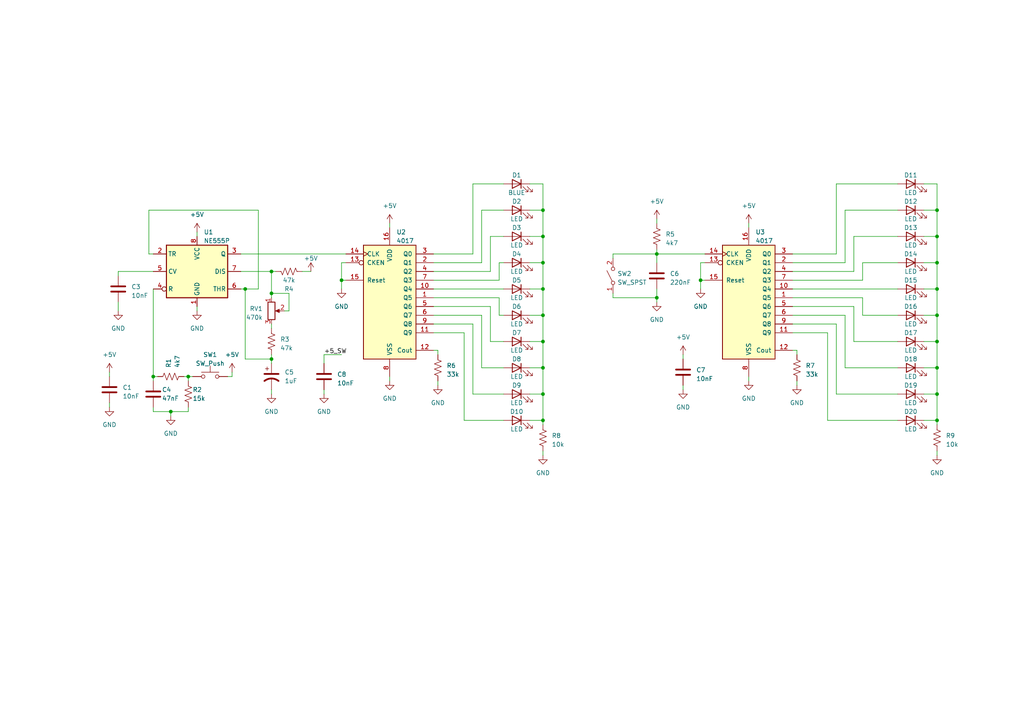
<source format=kicad_sch>
(kicad_sch (version 20230121) (generator eeschema)
  (paper "A4")
  (lib_symbols
    (symbol "4xxx:4017" (pin_names (offset 1.016))
      (property "Reference" "U" (at -7.62 16.51 0))
      (property "Value" "4017" (at -7.62 -19.05 0))
      (symbol "4017_1_0"
        (pin output line (at 12.7 0 180) (length 5.08) (name "Q5") (number "1"))
        (pin output line (at 12.7 2.54 180) (length 5.08) (name "Q4") (number "10"))
        (pin output line (at 12.7 -10.16 180) (length 5.08) (name "Q9") (number "11"))
        (pin output line (at 12.7 -15.24 180) (length 5.08) (name "Cout") (number "12"))
        (pin input inverted (at -12.7 10.16 0) (length 5.08) (name "CKEN") (number "13"))
        (pin input clock (at -12.7 12.7 0) (length 5.08) (name "CLK") (number "14"))
        (pin input line (at -12.7 5.08 0) (length 5.08) (name "Reset") (number "15"))
        (pin power_in line (at 0 20.32 270) (length 5.08) (name "VDD") (number "16"))
        (pin output line (at 12.7 10.16 180) (length 5.08) (name "Q1") (number "2"))
        (pin output line (at 12.7 12.7 180) (length 5.08) (name "Q0") (number "3"))
        (pin output line (at 12.7 7.62 180) (length 5.08) (name "Q2") (number "4"))
        (pin output line (at 12.7 -2.54 180) (length 5.08) (name "Q6") (number "5"))
        (pin output line (at 12.7 -5.08 180) (length 5.08) (name "Q7") (number "6"))
        (pin output line (at 12.7 5.08 180) (length 5.08) (name "Q3") (number "7"))
        (pin power_in line (at 0 -22.86 90) (length 5.08) (name "VSS") (number "8"))
        (pin output line (at 12.7 -7.62 180) (length 5.08) (name "Q8") (number "9"))
      )
      (symbol "4017_1_1"
        (rectangle (start -7.62 15.24) (end 7.62 -17.78) (stroke (width 0.254)) (fill (type background)))
      )
    )
    (symbol "Device:C" (pin_numbers hide) (pin_names (offset 0.254))
      (property "Reference" "C" (at 0.635 2.54 0))
      (property "Value" "C" (at 0.635 -2.54 0))
      (symbol "C_0_1"
        (polyline (pts (xy -2.032 -0.762) (xy 2.032 -0.762)) (stroke (width 0.508)))
        (polyline (pts (xy -2.032 0.762) (xy 2.032 0.762)) (stroke (width 0.508)))
      )
      (symbol "C_1_1"
        (pin passive line (at 0 3.81 270) (length 2.794) (name "~") (number "1"))
        (pin passive line (at 0 -3.81 90) (length 2.794) (name "~") (number "2"))
      )
    )
    (symbol "Device:C_Polarized_US" (pin_numbers hide) (pin_names (offset 0.254) hide)
      (property "Reference" "C" (at 0.635 2.54 0))
      (property "Value" "C_Polarized_US" (at 0.635 -2.54 0))
      (symbol "C_Polarized_US_0_1"
        (polyline (pts (xy -2.032 0.762) (xy 2.032 0.762)) (stroke (width 0.508)))
        (polyline (pts (xy -1.778 2.286) (xy -0.762 2.286)))
        (polyline (pts (xy -1.27 1.778) (xy -1.27 2.794)))
        (arc (start 2.032 -1.27) (mid 0 -0.5572) (end -2.032 -1.27) (stroke (width 0.508)))
      )
      (symbol "C_Polarized_US_1_1"
        (pin passive line (at 0 3.81 270) (length 2.794) (name "~") (number "1"))
        (pin passive line (at 0 -3.81 90) (length 3.302) (name "~") (number "2"))
      )
    )
    (symbol "Device:LED" (pin_numbers hide) (pin_names (offset 1.016) hide)
      (property "Reference" "D" (at 0 2.54 0))
      (property "Value" "LED" (at 0 -2.54 0))
      (symbol "LED_0_1"
        (polyline (pts (xy -1.27 -1.27) (xy -1.27 1.27)) (stroke (width 0.254)))
        (polyline (pts (xy -1.27 0) (xy 1.27 0)))
        (polyline (pts (xy 1.27 -1.27) (xy 1.27 1.27) (xy -1.27 0) (xy 1.27 -1.27)) (stroke (width 0.254)))
        (polyline (pts (xy -3.048 -0.762) (xy -4.572 -2.286) (xy -3.81 -2.286) (xy -4.572 -2.286) (xy -4.572 -1.524)))
        (polyline (pts (xy -1.778 -0.762) (xy -3.302 -2.286) (xy -2.54 -2.286) (xy -3.302 -2.286) (xy -3.302 -1.524)))
      )
      (symbol "LED_1_1"
        (pin passive line (at -3.81 0 0) (length 2.54) (name "K") (number "1"))
        (pin passive line (at 3.81 0 180) (length 2.54) (name "A") (number "2"))
      )
    )
    (symbol "Device:R_Potentiometer" (pin_names (offset 1.016) hide)
      (property "Reference" "RV" (at -4.445 0 90))
      (property "Value" "R_Potentiometer" (at -2.54 0 90))
      (symbol "R_Potentiometer_0_1"
        (polyline (pts (xy 2.54 0) (xy 1.524 0)))
        (polyline (pts (xy 1.143 0) (xy 2.286 0.508) (xy 2.286 -0.508) (xy 1.143 0)) (fill (type outline)))
        (rectangle (start 1.016 2.54) (end -1.016 -2.54) (stroke (width 0.254)))
      )
      (symbol "R_Potentiometer_1_1"
        (pin passive line (at 0 3.81 270) (length 1.27) (name "1") (number "1"))
        (pin passive line (at 3.81 0 180) (length 1.27) (name "2") (number "2"))
        (pin passive line (at 0 -3.81 90) (length 1.27) (name "3") (number "3"))
      )
    )
    (symbol "Device:R_US" (pin_numbers hide) (pin_names (offset 0))
      (property "Reference" "R" (at 2.54 0 90))
      (property "Value" "R_US" (at -2.54 0 90))
      (symbol "R_US_0_1"
        (polyline (pts (xy 0 -2.286) (xy 0 -2.54)))
        (polyline (pts (xy 0 2.286) (xy 0 2.54)))
        (polyline (pts (xy 0 -0.762) (xy 1.016 -1.143) (xy 0 -1.524) (xy -1.016 -1.905) (xy 0 -2.286)))
        (polyline (pts (xy 0 0.762) (xy 1.016 0.381) (xy 0 0) (xy -1.016 -0.381) (xy 0 -0.762)))
        (polyline (pts (xy 0 2.286) (xy 1.016 1.905) (xy 0 1.524) (xy -1.016 1.143) (xy 0 0.762)))
      )
      (symbol "R_US_1_1"
        (pin passive line (at 0 3.81 270) (length 1.27) (name "~") (number "1"))
        (pin passive line (at 0 -3.81 90) (length 1.27) (name "~") (number "2"))
      )
    )
    (symbol "Switch:SW_Push" (pin_numbers hide) (pin_names (offset 1.016) hide)
      (property "Reference" "SW" (at 1.27 2.54 0))
      (property "Value" "SW_Push" (at 0 -1.524 0))
      (symbol "SW_Push_0_1"
        (circle (center -2.032 0) (radius 0.508))
        (polyline (pts (xy 0 1.27) (xy 0 3.048)))
        (polyline (pts (xy 2.54 1.27) (xy -2.54 1.27)))
        (circle (center 2.032 0) (radius 0.508))
        (pin passive line (at -5.08 0 0) (length 2.54) (name "1") (number "1"))
        (pin passive line (at 5.08 0 180) (length 2.54) (name "2") (number "2"))
      )
    )
    (symbol "Switch:SW_SPST" (pin_names (offset 0) hide)
      (property "Reference" "SW" (at 0 3.175 0))
      (property "Value" "SW_SPST" (at 0 -2.54 0))
      (symbol "SW_SPST_0_0"
        (circle (center -2.032 0) (radius 0.508))
        (polyline (pts (xy -1.524 0.254) (xy 1.524 1.778)))
        (circle (center 2.032 0) (radius 0.508))
      )
      (symbol "SW_SPST_1_1"
        (pin passive line (at -5.08 0 0) (length 2.54) (name "A") (number "1"))
        (pin passive line (at 5.08 0 180) (length 2.54) (name "B") (number "2"))
      )
    )
    (symbol "Timer:NE555P"
      (property "Reference" "U" (at -10.16 8.89 0))
      (property "Value" "NE555P" (at 2.54 8.89 0))
      (symbol "NE555P_0_0"
        (pin power_in line (at 0 -10.16 90) (length 2.54) (name "GND") (number "1"))
        (pin power_in line (at 0 10.16 270) (length 2.54) (name "VCC") (number "8"))
      )
      (symbol "NE555P_0_1"
        (rectangle (start -8.89 -7.62) (end 8.89 7.62) (stroke (width 0.254)) (fill (type background)))
        (rectangle (start -8.89 -7.62) (end 8.89 7.62) (stroke (width 0.254)) (fill (type background)))
      )
      (symbol "NE555P_1_1"
        (pin input line (at -12.7 5.08 0) (length 3.81) (name "TR") (number "2"))
        (pin output line (at 12.7 5.08 180) (length 3.81) (name "Q") (number "3"))
        (pin input inverted (at -12.7 -5.08 0) (length 3.81) (name "R") (number "4"))
        (pin input line (at -12.7 0 0) (length 3.81) (name "CV") (number "5"))
        (pin input line (at 12.7 -5.08 180) (length 3.81) (name "THR") (number "6"))
        (pin input line (at 12.7 0 180) (length 3.81) (name "DIS") (number "7"))
      )
    )
    (symbol "power:+5V" (power) (pin_names (offset 0))
      (property "Value" "+5V" (at 0 3.556 0))
      (symbol "+5V_0_1"
        (polyline (pts (xy -0.762 1.27) (xy 0 2.54)))
        (polyline (pts (xy 0 0) (xy 0 2.54)))
        (polyline (pts (xy 0 2.54) (xy 0.762 1.27)))
      )
      (symbol "+5V_1_1"
        (pin power_in line (at 0 0 90) (length 0) hide (name "+5V") (number "1"))
      )
    )
    (symbol "power:GND" (power) (pin_names (offset 0))
      (property "Value" "GND" (at 0 -3.81 0))
      (symbol "GND_0_1"
        (polyline (pts (xy 0 0) (xy 0 -1.27) (xy 1.27 -1.27) (xy 0 -2.54) (xy -1.27 -1.27) (xy 0 -1.27)))
      )
      (symbol "GND_1_1"
        (pin power_in line (at 0 0 270) (length 0) hide (name "GND") (number "1"))
      )
    )
  )
  (junction (at 78.74 104.14))
  (junction (at 271.78 76.2))
  (junction (at 271.78 114.3))
  (junction (at 157.48 60.96))
  (junction (at 271.78 91.44))
  (junction (at 71.12 83.82))
  (junction (at 271.78 83.82))
  (junction (at 157.48 91.44))
  (junction (at 78.74 78.74))
  (junction (at 54.61 109.22))
  (junction (at 157.48 106.68))
  (junction (at 49.53 119.38))
  (junction (at 44.45 109.22))
  (junction (at 190.5 73.66))
  (junction (at 271.78 68.58))
  (junction (at 99.06 81.28))
  (junction (at 78.74 85.09))
  (junction (at 157.48 68.58))
  (junction (at 157.48 99.06))
  (junction (at 157.48 114.3))
  (junction (at 157.48 83.82))
  (junction (at 271.78 60.96))
  (junction (at 203.2 81.28))
  (junction (at 190.5 86.36))
  (junction (at 271.78 106.68))
  (junction (at 271.78 99.06))
  (junction (at 157.48 76.2))
  (junction (at 157.48 121.92))
  (junction (at 271.78 121.92))
  (wire (pts (xy 157.48 91.44) (xy 157.48 99.06)))
  (wire (pts (xy 80.01 78.74) (xy 78.74 78.74)))
  (wire (pts (xy 153.67 83.82) (xy 157.48 83.82)))
  (wire (pts (xy 153.67 68.58) (xy 157.48 68.58)))
  (wire (pts (xy 267.97 114.3) (xy 271.78 114.3)))
  (wire (pts (xy 190.5 73.66) (xy 204.47 73.66)))
  (wire (pts (xy 125.73 93.98) (xy 137.16 93.98)))
  (wire (pts (xy 240.03 96.52) (xy 240.03 121.92)))
  (wire (pts (xy 271.78 91.44) (xy 271.78 99.06)))
  (wire (pts (xy 229.87 101.6) (xy 231.14 101.6)))
  (wire (pts (xy 31.75 116.84) (xy 31.75 118.11)))
  (wire (pts (xy 144.78 91.44) (xy 146.05 91.44)))
  (wire (pts (xy 134.62 121.92) (xy 146.05 121.92)))
  (wire (pts (xy 55.88 109.22) (xy 54.61 109.22)))
  (wire (pts (xy 125.73 73.66) (xy 137.16 73.66)))
  (wire (pts (xy 67.31 107.95) (xy 67.31 109.22)))
  (wire (pts (xy 125.73 86.36) (xy 144.78 86.36)))
  (wire (pts (xy 242.57 93.98) (xy 242.57 114.3)))
  (wire (pts (xy 54.61 109.22) (xy 54.61 110.49)))
  (wire (pts (xy 44.45 83.82) (xy 44.45 109.22)))
  (wire (pts (xy 125.73 78.74) (xy 142.24 78.74)))
  (wire (pts (xy 153.67 91.44) (xy 157.48 91.44)))
  (wire (pts (xy 142.24 88.9) (xy 142.24 99.06)))
  (wire (pts (xy 157.48 76.2) (xy 157.48 83.82)))
  (wire (pts (xy 190.5 63.5) (xy 190.5 64.77)))
  (wire (pts (xy 44.45 118.11) (xy 44.45 119.38)))
  (wire (pts (xy 137.16 93.98) (xy 137.16 114.3)))
  (wire (pts (xy 125.73 81.28) (xy 144.78 81.28)))
  (wire (pts (xy 245.11 60.96) (xy 260.35 60.96)))
  (wire (pts (xy 271.78 83.82) (xy 271.78 91.44)))
  (wire (pts (xy 153.67 114.3) (xy 157.48 114.3)))
  (wire (pts (xy 242.57 53.34) (xy 260.35 53.34)))
  (wire (pts (xy 177.8 74.93) (xy 177.8 73.66)))
  (wire (pts (xy 245.11 106.68) (xy 260.35 106.68)))
  (wire (pts (xy 93.98 113.03) (xy 93.98 114.3)))
  (wire (pts (xy 137.16 114.3) (xy 146.05 114.3)))
  (wire (pts (xy 229.87 83.82) (xy 260.35 83.82)))
  (wire (pts (xy 157.48 68.58) (xy 157.48 76.2)))
  (wire (pts (xy 231.14 110.49) (xy 231.14 111.76)))
  (wire (pts (xy 271.78 130.81) (xy 271.78 132.08)))
  (wire (pts (xy 245.11 91.44) (xy 245.11 106.68)))
  (wire (pts (xy 271.78 114.3) (xy 271.78 121.92)))
  (wire (pts (xy 127 101.6) (xy 127 102.87)))
  (wire (pts (xy 247.65 78.74) (xy 247.65 68.58)))
  (wire (pts (xy 57.15 88.9) (xy 57.15 90.17)))
  (wire (pts (xy 217.17 64.77) (xy 217.17 66.04)))
  (wire (pts (xy 78.74 104.14) (xy 78.74 105.41)))
  (wire (pts (xy 43.18 73.66) (xy 44.45 73.66)))
  (wire (pts (xy 247.65 68.58) (xy 260.35 68.58)))
  (wire (pts (xy 271.78 121.92) (xy 271.78 123.19)))
  (wire (pts (xy 217.17 109.22) (xy 217.17 110.49)))
  (wire (pts (xy 44.45 109.22) (xy 45.72 109.22)))
  (wire (pts (xy 49.53 119.38) (xy 54.61 119.38)))
  (wire (pts (xy 229.87 81.28) (xy 250.19 81.28)))
  (wire (pts (xy 153.67 60.96) (xy 157.48 60.96)))
  (wire (pts (xy 242.57 73.66) (xy 242.57 53.34)))
  (wire (pts (xy 267.97 106.68) (xy 271.78 106.68)))
  (wire (pts (xy 113.03 109.22) (xy 113.03 110.49)))
  (wire (pts (xy 229.87 86.36) (xy 250.19 86.36)))
  (wire (pts (xy 271.78 60.96) (xy 271.78 68.58)))
  (wire (pts (xy 125.73 96.52) (xy 134.62 96.52)))
  (wire (pts (xy 71.12 83.82) (xy 74.93 83.82)))
  (wire (pts (xy 139.7 106.68) (xy 146.05 106.68)))
  (wire (pts (xy 267.97 76.2) (xy 271.78 76.2)))
  (wire (pts (xy 53.34 109.22) (xy 54.61 109.22)))
  (wire (pts (xy 267.97 68.58) (xy 271.78 68.58)))
  (wire (pts (xy 144.78 76.2) (xy 146.05 76.2)))
  (wire (pts (xy 247.65 99.06) (xy 260.35 99.06)))
  (wire (pts (xy 157.48 60.96) (xy 157.48 68.58)))
  (wire (pts (xy 44.45 109.22) (xy 44.45 110.49)))
  (wire (pts (xy 49.53 119.38) (xy 49.53 120.65)))
  (wire (pts (xy 247.65 88.9) (xy 247.65 99.06)))
  (wire (pts (xy 83.82 85.09) (xy 78.74 85.09)))
  (wire (pts (xy 31.75 107.95) (xy 31.75 109.22)))
  (wire (pts (xy 54.61 119.38) (xy 54.61 118.11)))
  (wire (pts (xy 190.5 73.66) (xy 177.8 73.66)))
  (wire (pts (xy 242.57 114.3) (xy 260.35 114.3)))
  (wire (pts (xy 71.12 83.82) (xy 71.12 104.14)))
  (wire (pts (xy 74.93 60.96) (xy 43.18 60.96)))
  (wire (pts (xy 153.67 99.06) (xy 157.48 99.06)))
  (wire (pts (xy 74.93 83.82) (xy 74.93 60.96)))
  (wire (pts (xy 137.16 73.66) (xy 137.16 53.34)))
  (wire (pts (xy 139.7 91.44) (xy 139.7 106.68)))
  (wire (pts (xy 157.48 99.06) (xy 157.48 106.68)))
  (wire (pts (xy 203.2 81.28) (xy 204.47 81.28)))
  (wire (pts (xy 142.24 68.58) (xy 146.05 68.58)))
  (wire (pts (xy 157.48 130.81) (xy 157.48 132.08)))
  (wire (pts (xy 157.48 121.92) (xy 153.67 121.92)))
  (wire (pts (xy 69.85 73.66) (xy 100.33 73.66)))
  (wire (pts (xy 240.03 121.92) (xy 260.35 121.92)))
  (wire (pts (xy 153.67 76.2) (xy 157.48 76.2)))
  (wire (pts (xy 144.78 86.36) (xy 144.78 91.44)))
  (wire (pts (xy 271.78 76.2) (xy 271.78 83.82)))
  (wire (pts (xy 157.48 106.68) (xy 157.48 114.3)))
  (wire (pts (xy 190.5 72.39) (xy 190.5 73.66)))
  (wire (pts (xy 93.98 102.87) (xy 93.98 105.41)))
  (wire (pts (xy 157.48 121.92) (xy 157.48 123.19)))
  (wire (pts (xy 229.87 88.9) (xy 247.65 88.9)))
  (wire (pts (xy 157.48 53.34) (xy 157.48 60.96)))
  (wire (pts (xy 267.97 83.82) (xy 271.78 83.82)))
  (wire (pts (xy 271.78 106.68) (xy 271.78 114.3)))
  (wire (pts (xy 125.73 91.44) (xy 139.7 91.44)))
  (wire (pts (xy 250.19 91.44) (xy 260.35 91.44)))
  (wire (pts (xy 78.74 102.87) (xy 78.74 104.14)))
  (wire (pts (xy 125.73 83.82) (xy 146.05 83.82)))
  (wire (pts (xy 139.7 60.96) (xy 146.05 60.96)))
  (wire (pts (xy 153.67 53.34) (xy 157.48 53.34)))
  (wire (pts (xy 271.78 121.92) (xy 267.97 121.92)))
  (wire (pts (xy 134.62 96.52) (xy 134.62 121.92)))
  (wire (pts (xy 229.87 73.66) (xy 242.57 73.66)))
  (wire (pts (xy 271.78 68.58) (xy 271.78 76.2)))
  (wire (pts (xy 71.12 104.14) (xy 78.74 104.14)))
  (wire (pts (xy 69.85 78.74) (xy 78.74 78.74)))
  (wire (pts (xy 57.15 67.31) (xy 57.15 68.58)))
  (wire (pts (xy 177.8 85.09) (xy 177.8 86.36)))
  (wire (pts (xy 69.85 83.82) (xy 71.12 83.82)))
  (wire (pts (xy 125.73 88.9) (xy 142.24 88.9)))
  (wire (pts (xy 44.45 119.38) (xy 49.53 119.38)))
  (wire (pts (xy 231.14 101.6) (xy 231.14 102.87)))
  (wire (pts (xy 229.87 91.44) (xy 245.11 91.44)))
  (wire (pts (xy 250.19 76.2) (xy 260.35 76.2)))
  (wire (pts (xy 34.29 78.74) (xy 34.29 80.01)))
  (wire (pts (xy 267.97 99.06) (xy 271.78 99.06)))
  (wire (pts (xy 203.2 76.2) (xy 203.2 81.28)))
  (wire (pts (xy 78.74 86.36) (xy 78.74 85.09)))
  (wire (pts (xy 157.48 83.82) (xy 157.48 91.44)))
  (wire (pts (xy 83.82 90.17) (xy 83.82 85.09)))
  (wire (pts (xy 78.74 113.03) (xy 78.74 114.3)))
  (wire (pts (xy 229.87 76.2) (xy 245.11 76.2)))
  (wire (pts (xy 43.18 60.96) (xy 43.18 73.66)))
  (wire (pts (xy 113.03 64.77) (xy 113.03 66.04)))
  (wire (pts (xy 99.06 76.2) (xy 99.06 81.28)))
  (wire (pts (xy 245.11 76.2) (xy 245.11 60.96)))
  (wire (pts (xy 267.97 60.96) (xy 271.78 60.96)))
  (wire (pts (xy 229.87 78.74) (xy 247.65 78.74)))
  (wire (pts (xy 198.12 102.87) (xy 198.12 104.14)))
  (wire (pts (xy 198.12 111.76) (xy 198.12 113.03)))
  (wire (pts (xy 204.47 76.2) (xy 203.2 76.2)))
  (wire (pts (xy 82.55 90.17) (xy 83.82 90.17)))
  (wire (pts (xy 99.06 81.28) (xy 100.33 81.28)))
  (wire (pts (xy 250.19 86.36) (xy 250.19 91.44)))
  (wire (pts (xy 267.97 53.34) (xy 271.78 53.34)))
  (wire (pts (xy 100.33 76.2) (xy 99.06 76.2)))
  (wire (pts (xy 203.2 81.28) (xy 203.2 83.82)))
  (wire (pts (xy 125.73 76.2) (xy 139.7 76.2)))
  (wire (pts (xy 127 110.49) (xy 127 111.76)))
  (wire (pts (xy 78.74 78.74) (xy 78.74 85.09)))
  (wire (pts (xy 190.5 76.2) (xy 190.5 73.66)))
  (wire (pts (xy 267.97 91.44) (xy 271.78 91.44)))
  (wire (pts (xy 229.87 93.98) (xy 242.57 93.98)))
  (wire (pts (xy 142.24 99.06) (xy 146.05 99.06)))
  (wire (pts (xy 250.19 81.28) (xy 250.19 76.2)))
  (wire (pts (xy 137.16 53.34) (xy 146.05 53.34)))
  (wire (pts (xy 99.06 81.28) (xy 99.06 83.82)))
  (wire (pts (xy 78.74 93.98) (xy 78.74 95.25)))
  (wire (pts (xy 87.63 78.74) (xy 90.17 78.74)))
  (wire (pts (xy 67.31 109.22) (xy 66.04 109.22)))
  (wire (pts (xy 229.87 96.52) (xy 240.03 96.52)))
  (wire (pts (xy 157.48 114.3) (xy 157.48 121.92)))
  (wire (pts (xy 153.67 106.68) (xy 157.48 106.68)))
  (wire (pts (xy 144.78 81.28) (xy 144.78 76.2)))
  (wire (pts (xy 34.29 87.63) (xy 34.29 90.17)))
  (wire (pts (xy 190.5 86.36) (xy 190.5 83.82)))
  (wire (pts (xy 44.45 78.74) (xy 34.29 78.74)))
  (wire (pts (xy 190.5 86.36) (xy 190.5 87.63)))
  (wire (pts (xy 142.24 78.74) (xy 142.24 68.58)))
  (wire (pts (xy 177.8 86.36) (xy 190.5 86.36)))
  (wire (pts (xy 139.7 76.2) (xy 139.7 60.96)))
  (wire (pts (xy 271.78 53.34) (xy 271.78 60.96)))
  (wire (pts (xy 271.78 99.06) (xy 271.78 106.68)))
  (wire (pts (xy 125.73 101.6) (xy 127 101.6)))
  (wire (pts (xy 93.98 102.87) (xy 99.06 102.87)))
  (label "+5_SW" (at 93.98 102.87 0))
  (symbol (lib_id "Device:R_US") (at 54.61 114.3 0) (unit 1)
    (property "Reference" "R2" (at 55.88 113.03 0) (effects (justify left)))
    (property "Value" "15k" (at 55.88 115.57 0) (effects (justify left)))
  )
  (symbol (lib_id "Device:LED") (at 149.86 53.34 0) (mirror y) (unit 1)
    (property "Reference" "D1" (at 149.86 50.8 0))
    (property "Value" "BLUE" (at 149.86 55.88 0))
  )
  (symbol (lib_id "power:GND") (at 271.78 132.08 0) (unit 1)
    (property "Reference" "#PWR023" (effects hide))
    (property "Value" "GND" (at 271.78 137.16 0))
  )
  (symbol (lib_id "Device:C") (at 31.75 113.03 0) (unit 1)
    (property "Reference" "C1" (at 35.56 112.395 0) (effects (justify left)))
    (property "Value" "10nF" (at 35.56 114.935 0) (effects (justify left)))
  )
  (symbol (lib_id "power:GND") (at 113.03 110.49 0) (unit 1)
    (property "Reference" "#PWR017" (effects hide))
    (property "Value" "GND" (at 113.03 115.57 0))
  )
  (symbol (lib_id "4xxx:4017") (at 113.03 86.36 0) (unit 1)
    (property "Reference" "U2" (at 114.9859 67.31 0) (effects (justify left)))
    (property "Value" "4017" (at 114.9859 69.85 0) (effects (justify left)))
    (property "Datasheet" "http://www.intersil.com/content/dam/Intersil/documents/cd40/cd4017bms-22bms.pdf" (effects hide))
  )
  (symbol (lib_id "Device:LED") (at 149.86 60.96 0) (mirror y) (unit 1)
    (property "Reference" "D2" (at 149.86 58.42 0))
    (property "Value" "LED" (at 149.86 63.5 0))
  )
  (symbol (lib_id "Device:C_Polarized_US") (at 78.74 109.22 0) (unit 1)
    (property "Reference" "C5" (at 82.55 107.95 0) (effects (justify left)))
    (property "Value" "1uF" (at 82.55 110.49 0) (effects (justify left)))
  )
  (symbol (lib_id "power:GND") (at 34.29 90.17 0) (unit 1)
    (property "Reference" "#PWR05" (effects hide))
    (property "Value" "GND" (at 34.29 95.25 0))
  )
  (symbol (lib_id "Device:C") (at 93.98 109.22 0) (unit 1)
    (property "Reference" "C8" (at 97.79 108.585 0) (effects (justify left)))
    (property "Value" "10nF" (at 97.79 111.125 0) (effects (justify left)))
  )
  (symbol (lib_id "power:+5V") (at 67.31 107.95 0) (unit 1)
    (property "Reference" "#PWR077" (effects hide))
    (property "Value" "+5V" (at 67.31 102.87 0))
  )
  (symbol (lib_id "Device:LED") (at 264.16 68.58 0) (mirror y) (unit 1)
    (property "Reference" "D13" (at 264.16 66.04 0))
    (property "Value" "LED" (at 264.16 71.12 0))
  )
  (symbol (lib_id "Device:R_US") (at 231.14 106.68 0) (unit 1)
    (property "Reference" "R7" (at 233.68 106.045 0) (effects (justify left)))
    (property "Value" "33k" (at 233.68 108.585 0) (effects (justify left)))
  )
  (symbol (lib_id "4xxx:4017") (at 217.17 86.36 0) (unit 1)
    (property "Reference" "U3" (at 219.1259 67.31 0) (effects (justify left)))
    (property "Value" "4017" (at 219.1259 69.85 0) (effects (justify left)))
    (property "Datasheet" "http://www.intersil.com/content/dam/Intersil/documents/cd40/cd4017bms-22bms.pdf" (effects hide))
  )
  (symbol (lib_id "Device:R_Potentiometer") (at 78.74 90.17 0) (unit 1)
    (property "Reference" "RV1" (at 76.2 89.535 0) (effects (justify right)))
    (property "Value" "470k" (at 76.2 92.075 0) (effects (justify right)))
  )
  (symbol (lib_id "Device:LED") (at 149.86 114.3 0) (mirror y) (unit 1)
    (property "Reference" "D9" (at 149.86 111.76 0))
    (property "Value" "LED" (at 149.86 116.84 0))
  )
  (symbol (lib_id "Device:R_US") (at 78.74 99.06 0) (unit 1)
    (property "Reference" "R3" (at 81.28 98.425 0) (effects (justify left)))
    (property "Value" "47k" (at 81.28 100.965 0) (effects (justify left)))
  )
  (symbol (lib_id "power:GND") (at 190.5 87.63 0) (unit 1)
    (property "Reference" "#PWR013" (effects hide))
    (property "Value" "GND" (at 190.5 92.71 0))
  )
  (symbol (lib_id "Device:R_US") (at 157.48 127 0) (unit 1)
    (property "Reference" "R8" (at 160.02 126.365 0) (effects (justify left)))
    (property "Value" "10k" (at 160.02 128.905 0) (effects (justify left)))
  )
  (symbol (lib_id "power:GND") (at 127 111.76 0) (unit 1)
    (property "Reference" "#PWR020" (effects hide))
    (property "Value" "GND" (at 127 116.84 0))
  )
  (symbol (lib_id "power:GND") (at 93.98 114.3 0) (unit 1)
    (property "Reference" "#PWR012" (effects hide))
    (property "Value" "GND" (at 93.98 119.38 0))
  )
  (symbol (lib_id "Device:LED") (at 264.16 76.2 0) (mirror y) (unit 1)
    (property "Reference" "D14" (at 264.16 73.66 0))
    (property "Value" "LED" (at 264.16 78.74 0))
  )
  (symbol (lib_id "power:GND") (at 157.48 132.08 0) (unit 1)
    (property "Reference" "#PWR022" (effects hide))
    (property "Value" "GND" (at 157.48 137.16 0))
  )
  (symbol (lib_id "Device:R_US") (at 127 106.68 0) (unit 1)
    (property "Reference" "R6" (at 129.54 106.045 0) (effects (justify left)))
    (property "Value" "33k" (at 129.54 108.585 0) (effects (justify left)))
  )
  (symbol (lib_id "Device:C") (at 190.5 80.01 0) (unit 1)
    (property "Reference" "C6" (at 194.31 79.375 0) (effects (justify left)))
    (property "Value" "220nF" (at 194.31 81.915 0) (effects (justify left)))
  )
  (symbol (lib_id "Device:C") (at 198.12 107.95 0) (unit 1)
    (property "Reference" "C7" (at 201.93 107.315 0) (effects (justify left)))
    (property "Value" "10nF" (at 201.93 109.855 0) (effects (justify left)))
  )
  (symbol (lib_id "Device:LED") (at 149.86 68.58 0) (mirror y) (unit 1)
    (property "Reference" "D3" (at 149.86 66.04 0))
    (property "Value" "LED" (at 149.86 71.12 0))
  )
  (symbol (lib_id "Device:C") (at 34.29 83.82 0) (unit 1)
    (property "Reference" "C3" (at 38.1 83.185 0) (effects (justify left)))
    (property "Value" "10nF" (at 38.1 85.725 0) (effects (justify left)))
  )
  (symbol (lib_id "Device:LED") (at 264.16 99.06 0) (mirror y) (unit 1)
    (property "Reference" "D17" (at 264.16 96.52 0))
    (property "Value" "LED" (at 264.16 101.6 0))
  )
  (symbol (lib_id "power:+5V") (at 198.12 102.87 0) (unit 1)
    (property "Reference" "#PWR080" (effects hide))
    (property "Value" "+5V" (at 198.12 97.79 0))
  )
  (symbol (lib_id "Device:C") (at 44.45 114.3 0) (unit 1)
    (property "Reference" "C4" (at 46.99 113.03 0) (effects (justify left)))
    (property "Value" "47nF" (at 46.99 115.57 0) (effects (justify left)))
  )
  (symbol (lib_id "Device:LED") (at 264.16 83.82 0) (mirror y) (unit 1)
    (property "Reference" "D15" (at 264.16 81.28 0))
    (property "Value" "LED" (at 264.16 86.36 0))
  )
  (symbol (lib_id "power:+5V") (at 57.15 67.31 0) (unit 1)
    (property "Reference" "#PWR076" (effects hide))
    (property "Value" "+5V" (at 57.15 62.23 0))
  )
  (symbol (lib_id "power:GND") (at 49.53 120.65 0) (unit 1)
    (property "Reference" "#PWR06" (effects hide))
    (property "Value" "GND" (at 49.53 125.73 0))
  )
  (symbol (lib_id "Device:LED") (at 264.16 121.92 0) (mirror y) (unit 1)
    (property "Reference" "D20" (at 264.16 119.38 0))
    (property "Value" "LED" (at 264.16 124.46 0))
  )
  (symbol (lib_id "power:GND") (at 78.74 114.3 0) (unit 1)
    (property "Reference" "#PWR010" (effects hide))
    (property "Value" "GND" (at 78.74 119.38 0))
  )
  (symbol (lib_id "Device:LED") (at 149.86 121.92 0) (mirror y) (unit 1)
    (property "Reference" "D10" (at 149.86 119.38 0))
    (property "Value" "LED" (at 149.86 124.46 0))
  )
  (symbol (lib_id "power:+5V") (at 190.5 63.5 0) (unit 1)
    (property "Reference" "#PWR081" (effects hide))
    (property "Value" "+5V" (at 190.5 58.42 0))
  )
  (symbol (lib_id "Device:LED") (at 149.86 91.44 0) (mirror y) (unit 1)
    (property "Reference" "D6" (at 149.86 88.9 0))
    (property "Value" "LED" (at 149.86 93.98 0))
  )
  (symbol (lib_id "Device:LED") (at 149.86 83.82 0) (mirror y) (unit 1)
    (property "Reference" "D5" (at 149.86 81.28 0))
    (property "Value" "LED" (at 149.86 86.36 0))
  )
  (symbol (lib_id "Device:R_US") (at 190.5 68.58 0) (unit 1)
    (property "Reference" "R5" (at 193.04 67.945 0) (effects (justify left)))
    (property "Value" "4k7" (at 193.04 70.485 0) (effects (justify left)))
  )
  (symbol (lib_id "Device:R_US") (at 49.53 109.22 90) (unit 1)
    (property "Reference" "R1" (at 48.895 106.68 0) (effects (justify left)))
    (property "Value" "4k7" (at 51.435 106.68 0) (effects (justify left)))
  )
  (symbol (lib_id "power:GND") (at 31.75 118.11 0) (unit 1)
    (property "Reference" "#PWR02" (effects hide))
    (property "Value" "GND" (at 31.75 123.19 0))
  )
  (symbol (lib_id "Device:LED") (at 149.86 99.06 0) (mirror y) (unit 1)
    (property "Reference" "D7" (at 149.86 96.52 0))
    (property "Value" "LED" (at 149.86 101.6 0))
  )
  (symbol (lib_id "power:+5V") (at 217.17 64.77 0) (unit 1)
    (property "Reference" "#PWR082" (effects hide))
    (property "Value" "+5V" (at 217.17 59.69 0))
  )
  (symbol (lib_id "Device:LED") (at 149.86 106.68 0) (mirror y) (unit 1)
    (property "Reference" "D8" (at 149.86 104.14 0))
    (property "Value" "LED" (at 149.86 109.22 0))
  )
  (symbol (lib_id "Timer:NE555P") (at 57.15 78.74 0) (unit 1)
    (property "Reference" "U1" (at 59.1059 67.31 0) (effects (justify left)))
    (property "Value" "NE555P" (at 59.1059 69.85 0) (effects (justify left)))
    (property "Footprint" "Package_DIP:DIP-8_W7.62mm" (effects hide))
    (property "Datasheet" "http://www.ti.com/lit/ds/symlink/ne555.pdf" (effects hide))
  )
  (symbol (lib_id "Device:LED") (at 264.16 114.3 0) (mirror y) (unit 1)
    (property "Reference" "D19" (at 264.16 111.76 0))
    (property "Value" "LED" (at 264.16 116.84 0))
  )
  (symbol (lib_id "power:GND") (at 217.17 110.49 0) (unit 1)
    (property "Reference" "#PWR019" (effects hide))
    (property "Value" "GND" (at 217.17 115.57 0))
  )
  (symbol (lib_id "power:+5V") (at 31.75 107.95 0) (unit 1)
    (property "Reference" "#PWR075" (effects hide))
    (property "Value" "+5V" (at 31.75 102.87 0))
  )
  (symbol (lib_id "Switch:SW_SPST") (at 177.8 80.01 90) (unit 1)
    (property "Reference" "SW2" (at 179.07 79.375 90) (effects (justify right)))
    (property "Value" "SW_SPST" (at 179.07 81.915 90) (effects (justify right)))
  )
  (symbol (lib_id "Device:LED") (at 264.16 91.44 0) (mirror y) (unit 1)
    (property "Reference" "D16" (at 264.16 88.9 0))
    (property "Value" "LED" (at 264.16 93.98 0))
  )
  (symbol (lib_id "Device:R_US") (at 271.78 127 0) (unit 1)
    (property "Reference" "R9" (at 274.32 126.365 0) (effects (justify left)))
    (property "Value" "10k" (at 274.32 128.905 0) (effects (justify left)))
  )
  (symbol (lib_id "Device:R_US") (at 83.82 78.74 90) (mirror x) (unit 1)
    (property "Reference" "R4" (at 83.82 83.82 90))
    (property "Value" "47k" (at 83.82 81.28 90))
  )
  (symbol (lib_id "power:GND") (at 198.12 113.03 0) (unit 1)
    (property "Reference" "#PWR018" (effects hide))
    (property "Value" "GND" (at 198.12 118.11 0))
  )
  (symbol (lib_id "Device:LED") (at 264.16 53.34 0) (mirror y) (unit 1)
    (property "Reference" "D11" (at 264.16 50.8 0))
    (property "Value" "LED" (at 264.16 55.88 0))
  )
  (symbol (lib_id "Device:LED") (at 149.86 76.2 0) (mirror y) (unit 1)
    (property "Reference" "D4" (at 149.86 73.66 0))
    (property "Value" "LED" (at 149.86 78.74 0))
  )
  (symbol (lib_id "Device:LED") (at 264.16 106.68 0) (mirror y) (unit 1)
    (property "Reference" "D18" (at 264.16 104.14 0))
    (property "Value" "LED" (at 264.16 109.22 0))
  )
  (symbol (lib_id "Device:LED") (at 264.16 60.96 0) (mirror y) (unit 1)
    (property "Reference" "D12" (at 264.16 58.42 0))
    (property "Value" "LED" (at 264.16 63.5 0))
  )
  (symbol (lib_id "power:GND") (at 203.2 83.82 0) (unit 1)
    (property "Reference" "#PWR015" (effects hide))
    (property "Value" "GND" (at 203.2 88.9 0))
  )
  (symbol (lib_id "power:+5V") (at 113.03 64.77 0) (unit 1)
    (property "Reference" "#PWR079" (effects hide))
    (property "Value" "+5V" (at 113.03 59.69 0))
  )
  (symbol (lib_id "power:GND") (at 99.06 83.82 0) (unit 1)
    (property "Reference" "#PWR014" (effects hide))
    (property "Value" "GND" (at 99.06 88.9 0))
  )
  (symbol (lib_id "power:GND") (at 231.14 111.76 0) (unit 1)
    (property "Reference" "#PWR021" (effects hide))
    (property "Value" "GND" (at 231.14 116.84 0))
  )
  (symbol (lib_id "power:+5V") (at 90.17 78.74 0) (unit 1)
    (property "Reference" "#PWR078" (effects hide))
    (property "Value" "+5V" (at 90.17 74.93 0))
  )
  (symbol (lib_id "power:GND") (at 57.15 90.17 0) (unit 1)
    (property "Reference" "#PWR08" (effects hide))
    (property "Value" "GND" (at 57.15 95.25 0))
  )
  (symbol (lib_id "Switch:SW_Push") (at 60.96 109.22 0) (mirror y) (unit 1)
    (property "Reference" "SW1" (at 60.96 102.87 0))
    (property "Value" "SW_Push" (at 60.96 105.41 0))
  )
)
</source>
